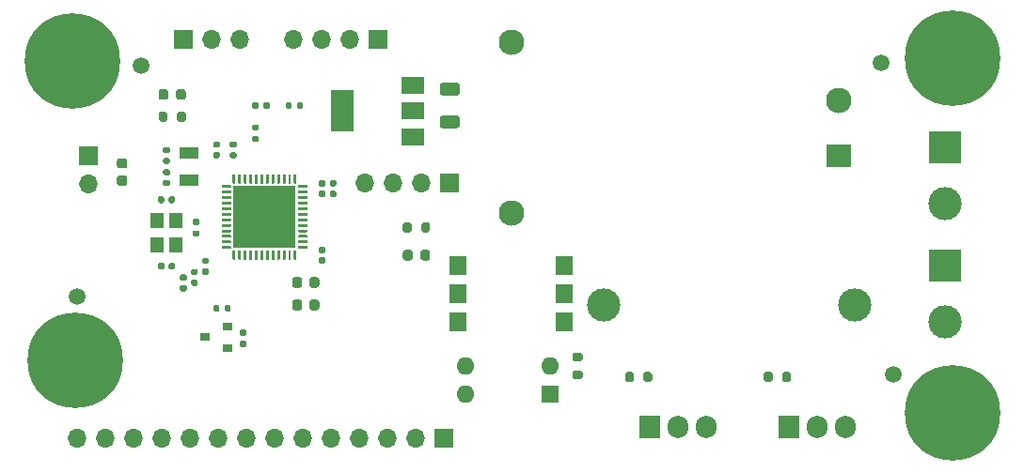
<source format=gbr>
%TF.GenerationSoftware,KiCad,Pcbnew,5.1.9*%
%TF.CreationDate,2021-04-07T12:29:47+02:00*%
%TF.ProjectId,lampa,6c616d70-612e-46b6-9963-61645f706362,rev?*%
%TF.SameCoordinates,Original*%
%TF.FileFunction,Soldermask,Top*%
%TF.FilePolarity,Negative*%
%FSLAX46Y46*%
G04 Gerber Fmt 4.6, Leading zero omitted, Abs format (unit mm)*
G04 Created by KiCad (PCBNEW 5.1.9) date 2021-04-07 12:29:47*
%MOMM*%
%LPD*%
G01*
G04 APERTURE LIST*
%ADD10R,0.900000X0.800000*%
%ADD11C,0.900000*%
%ADD12C,8.600000*%
%ADD13C,1.500000*%
%ADD14C,2.300000*%
%ADD15R,2.300000X2.000000*%
%ADD16O,1.700000X1.700000*%
%ADD17R,1.700000X1.700000*%
%ADD18R,1.500000X1.780000*%
%ADD19R,1.800000X1.000000*%
%ADD20R,1.200000X1.400000*%
%ADD21R,5.600000X5.600000*%
%ADD22O,1.600000X1.600000*%
%ADD23R,1.600000X1.600000*%
%ADD24R,2.000000X1.500000*%
%ADD25R,2.000000X3.800000*%
%ADD26O,1.905000X2.000000*%
%ADD27R,1.905000X2.000000*%
%ADD28C,3.000000*%
%ADD29R,3.000000X3.000000*%
G04 APERTURE END LIST*
%TO.C,R5*%
G36*
G01*
X123260000Y-90115000D02*
X123260000Y-90485000D01*
G75*
G02*
X123125000Y-90620000I-135000J0D01*
G01*
X122855000Y-90620000D01*
G75*
G02*
X122720000Y-90485000I0J135000D01*
G01*
X122720000Y-90115000D01*
G75*
G02*
X122855000Y-89980000I135000J0D01*
G01*
X123125000Y-89980000D01*
G75*
G02*
X123260000Y-90115000I0J-135000D01*
G01*
G37*
G36*
G01*
X124280000Y-90115000D02*
X124280000Y-90485000D01*
G75*
G02*
X124145000Y-90620000I-135000J0D01*
G01*
X123875000Y-90620000D01*
G75*
G02*
X123740000Y-90485000I0J135000D01*
G01*
X123740000Y-90115000D01*
G75*
G02*
X123875000Y-89980000I135000J0D01*
G01*
X124145000Y-89980000D01*
G75*
G02*
X124280000Y-90115000I0J-135000D01*
G01*
G37*
%TD*%
D10*
%TO.C,Q3*%
X122000000Y-92900000D03*
X124000000Y-91950000D03*
X124000000Y-93850000D03*
%TD*%
%TO.C,R6*%
G36*
G01*
X125215000Y-93240000D02*
X125585000Y-93240000D01*
G75*
G02*
X125720000Y-93375000I0J-135000D01*
G01*
X125720000Y-93645000D01*
G75*
G02*
X125585000Y-93780000I-135000J0D01*
G01*
X125215000Y-93780000D01*
G75*
G02*
X125080000Y-93645000I0J135000D01*
G01*
X125080000Y-93375000D01*
G75*
G02*
X125215000Y-93240000I135000J0D01*
G01*
G37*
G36*
G01*
X125215000Y-92220000D02*
X125585000Y-92220000D01*
G75*
G02*
X125720000Y-92355000I0J-135000D01*
G01*
X125720000Y-92625000D01*
G75*
G02*
X125585000Y-92760000I-135000J0D01*
G01*
X125215000Y-92760000D01*
G75*
G02*
X125080000Y-92625000I0J135000D01*
G01*
X125080000Y-92355000D01*
G75*
G02*
X125215000Y-92220000I135000J0D01*
G01*
G37*
%TD*%
%TO.C,R10*%
G36*
G01*
X127240000Y-72185000D02*
X127240000Y-71815000D01*
G75*
G02*
X127375000Y-71680000I135000J0D01*
G01*
X127645000Y-71680000D01*
G75*
G02*
X127780000Y-71815000I0J-135000D01*
G01*
X127780000Y-72185000D01*
G75*
G02*
X127645000Y-72320000I-135000J0D01*
G01*
X127375000Y-72320000D01*
G75*
G02*
X127240000Y-72185000I0J135000D01*
G01*
G37*
G36*
G01*
X126220000Y-72185000D02*
X126220000Y-71815000D01*
G75*
G02*
X126355000Y-71680000I135000J0D01*
G01*
X126625000Y-71680000D01*
G75*
G02*
X126760000Y-71815000I0J-135000D01*
G01*
X126760000Y-72185000D01*
G75*
G02*
X126625000Y-72320000I-135000J0D01*
G01*
X126355000Y-72320000D01*
G75*
G02*
X126220000Y-72185000I0J135000D01*
G01*
G37*
%TD*%
%TO.C,R9*%
G36*
G01*
X129760000Y-71815000D02*
X129760000Y-72185000D01*
G75*
G02*
X129625000Y-72320000I-135000J0D01*
G01*
X129355000Y-72320000D01*
G75*
G02*
X129220000Y-72185000I0J135000D01*
G01*
X129220000Y-71815000D01*
G75*
G02*
X129355000Y-71680000I135000J0D01*
G01*
X129625000Y-71680000D01*
G75*
G02*
X129760000Y-71815000I0J-135000D01*
G01*
G37*
G36*
G01*
X130780000Y-71815000D02*
X130780000Y-72185000D01*
G75*
G02*
X130645000Y-72320000I-135000J0D01*
G01*
X130375000Y-72320000D01*
G75*
G02*
X130240000Y-72185000I0J135000D01*
G01*
X130240000Y-71815000D01*
G75*
G02*
X130375000Y-71680000I135000J0D01*
G01*
X130645000Y-71680000D01*
G75*
G02*
X130780000Y-71815000I0J-135000D01*
G01*
G37*
%TD*%
D11*
%TO.C,H1*%
X191530419Y-65469581D03*
X189250000Y-64525000D03*
X186969581Y-65469581D03*
X186025000Y-67750000D03*
X186969581Y-70030419D03*
X189250000Y-70975000D03*
X191530419Y-70030419D03*
X192475000Y-67750000D03*
D12*
X189250000Y-67750000D03*
%TD*%
D11*
%TO.C,H2*%
X191530419Y-97469581D03*
X189250000Y-96525000D03*
X186969581Y-97469581D03*
X186025000Y-99750000D03*
X186969581Y-102030419D03*
X189250000Y-102975000D03*
X191530419Y-102030419D03*
X192475000Y-99750000D03*
D12*
X189250000Y-99750000D03*
%TD*%
D13*
%TO.C,REF\u002A\u002A*%
X110425000Y-89275000D03*
%TD*%
%TO.C,REF\u002A\u002A*%
X183925000Y-96300000D03*
%TD*%
%TO.C,REF\u002A\u002A*%
X116200000Y-68425000D03*
%TD*%
%TO.C,REF\u002A\u002A*%
X182825000Y-68175000D03*
%TD*%
D14*
%TO.C,PS1*%
X149600000Y-66300000D03*
X179000000Y-71500000D03*
D15*
X179000000Y-76500000D03*
D14*
X149600000Y-81700000D03*
%TD*%
D16*
%TO.C,J5*%
X129880000Y-66000000D03*
X132420000Y-66000000D03*
X134960000Y-66000000D03*
D17*
X137500000Y-66000000D03*
%TD*%
%TO.C,C1*%
G36*
G01*
X123170000Y-75800000D02*
X122830000Y-75800000D01*
G75*
G02*
X122690000Y-75660000I0J140000D01*
G01*
X122690000Y-75380000D01*
G75*
G02*
X122830000Y-75240000I140000J0D01*
G01*
X123170000Y-75240000D01*
G75*
G02*
X123310000Y-75380000I0J-140000D01*
G01*
X123310000Y-75660000D01*
G75*
G02*
X123170000Y-75800000I-140000J0D01*
G01*
G37*
G36*
G01*
X123170000Y-76760000D02*
X122830000Y-76760000D01*
G75*
G02*
X122690000Y-76620000I0J140000D01*
G01*
X122690000Y-76340000D01*
G75*
G02*
X122830000Y-76200000I140000J0D01*
G01*
X123170000Y-76200000D01*
G75*
G02*
X123310000Y-76340000I0J-140000D01*
G01*
X123310000Y-76620000D01*
G75*
G02*
X123170000Y-76760000I-140000J0D01*
G01*
G37*
%TD*%
D18*
%TO.C,U3*%
X154265000Y-86460000D03*
X144735000Y-91540000D03*
X154265000Y-89000000D03*
X144735000Y-89000000D03*
X154265000Y-91540000D03*
X144735000Y-86460000D03*
%TD*%
D19*
%TO.C,Y2*%
X120500000Y-78750000D03*
X120500000Y-76250000D03*
%TD*%
D20*
%TO.C,Y1*%
X119350000Y-82400000D03*
X119350000Y-84600000D03*
X117650000Y-84600000D03*
X117650000Y-82400000D03*
%TD*%
D21*
%TO.C,U4*%
X127330000Y-82060000D03*
G36*
G01*
X124455000Y-78997500D02*
X124455000Y-78247500D01*
G75*
G02*
X124517500Y-78185000I62500J0D01*
G01*
X124642500Y-78185000D01*
G75*
G02*
X124705000Y-78247500I0J-62500D01*
G01*
X124705000Y-78997500D01*
G75*
G02*
X124642500Y-79060000I-62500J0D01*
G01*
X124517500Y-79060000D01*
G75*
G02*
X124455000Y-78997500I0J62500D01*
G01*
G37*
G36*
G01*
X124955000Y-78997500D02*
X124955000Y-78247500D01*
G75*
G02*
X125017500Y-78185000I62500J0D01*
G01*
X125142500Y-78185000D01*
G75*
G02*
X125205000Y-78247500I0J-62500D01*
G01*
X125205000Y-78997500D01*
G75*
G02*
X125142500Y-79060000I-62500J0D01*
G01*
X125017500Y-79060000D01*
G75*
G02*
X124955000Y-78997500I0J62500D01*
G01*
G37*
G36*
G01*
X125455000Y-78997500D02*
X125455000Y-78247500D01*
G75*
G02*
X125517500Y-78185000I62500J0D01*
G01*
X125642500Y-78185000D01*
G75*
G02*
X125705000Y-78247500I0J-62500D01*
G01*
X125705000Y-78997500D01*
G75*
G02*
X125642500Y-79060000I-62500J0D01*
G01*
X125517500Y-79060000D01*
G75*
G02*
X125455000Y-78997500I0J62500D01*
G01*
G37*
G36*
G01*
X125955000Y-78997500D02*
X125955000Y-78247500D01*
G75*
G02*
X126017500Y-78185000I62500J0D01*
G01*
X126142500Y-78185000D01*
G75*
G02*
X126205000Y-78247500I0J-62500D01*
G01*
X126205000Y-78997500D01*
G75*
G02*
X126142500Y-79060000I-62500J0D01*
G01*
X126017500Y-79060000D01*
G75*
G02*
X125955000Y-78997500I0J62500D01*
G01*
G37*
G36*
G01*
X126455000Y-78997500D02*
X126455000Y-78247500D01*
G75*
G02*
X126517500Y-78185000I62500J0D01*
G01*
X126642500Y-78185000D01*
G75*
G02*
X126705000Y-78247500I0J-62500D01*
G01*
X126705000Y-78997500D01*
G75*
G02*
X126642500Y-79060000I-62500J0D01*
G01*
X126517500Y-79060000D01*
G75*
G02*
X126455000Y-78997500I0J62500D01*
G01*
G37*
G36*
G01*
X126955000Y-78997500D02*
X126955000Y-78247500D01*
G75*
G02*
X127017500Y-78185000I62500J0D01*
G01*
X127142500Y-78185000D01*
G75*
G02*
X127205000Y-78247500I0J-62500D01*
G01*
X127205000Y-78997500D01*
G75*
G02*
X127142500Y-79060000I-62500J0D01*
G01*
X127017500Y-79060000D01*
G75*
G02*
X126955000Y-78997500I0J62500D01*
G01*
G37*
G36*
G01*
X127455000Y-78997500D02*
X127455000Y-78247500D01*
G75*
G02*
X127517500Y-78185000I62500J0D01*
G01*
X127642500Y-78185000D01*
G75*
G02*
X127705000Y-78247500I0J-62500D01*
G01*
X127705000Y-78997500D01*
G75*
G02*
X127642500Y-79060000I-62500J0D01*
G01*
X127517500Y-79060000D01*
G75*
G02*
X127455000Y-78997500I0J62500D01*
G01*
G37*
G36*
G01*
X127955000Y-78997500D02*
X127955000Y-78247500D01*
G75*
G02*
X128017500Y-78185000I62500J0D01*
G01*
X128142500Y-78185000D01*
G75*
G02*
X128205000Y-78247500I0J-62500D01*
G01*
X128205000Y-78997500D01*
G75*
G02*
X128142500Y-79060000I-62500J0D01*
G01*
X128017500Y-79060000D01*
G75*
G02*
X127955000Y-78997500I0J62500D01*
G01*
G37*
G36*
G01*
X128455000Y-78997500D02*
X128455000Y-78247500D01*
G75*
G02*
X128517500Y-78185000I62500J0D01*
G01*
X128642500Y-78185000D01*
G75*
G02*
X128705000Y-78247500I0J-62500D01*
G01*
X128705000Y-78997500D01*
G75*
G02*
X128642500Y-79060000I-62500J0D01*
G01*
X128517500Y-79060000D01*
G75*
G02*
X128455000Y-78997500I0J62500D01*
G01*
G37*
G36*
G01*
X128955000Y-78997500D02*
X128955000Y-78247500D01*
G75*
G02*
X129017500Y-78185000I62500J0D01*
G01*
X129142500Y-78185000D01*
G75*
G02*
X129205000Y-78247500I0J-62500D01*
G01*
X129205000Y-78997500D01*
G75*
G02*
X129142500Y-79060000I-62500J0D01*
G01*
X129017500Y-79060000D01*
G75*
G02*
X128955000Y-78997500I0J62500D01*
G01*
G37*
G36*
G01*
X129455000Y-78997500D02*
X129455000Y-78247500D01*
G75*
G02*
X129517500Y-78185000I62500J0D01*
G01*
X129642500Y-78185000D01*
G75*
G02*
X129705000Y-78247500I0J-62500D01*
G01*
X129705000Y-78997500D01*
G75*
G02*
X129642500Y-79060000I-62500J0D01*
G01*
X129517500Y-79060000D01*
G75*
G02*
X129455000Y-78997500I0J62500D01*
G01*
G37*
G36*
G01*
X129955000Y-78997500D02*
X129955000Y-78247500D01*
G75*
G02*
X130017500Y-78185000I62500J0D01*
G01*
X130142500Y-78185000D01*
G75*
G02*
X130205000Y-78247500I0J-62500D01*
G01*
X130205000Y-78997500D01*
G75*
G02*
X130142500Y-79060000I-62500J0D01*
G01*
X130017500Y-79060000D01*
G75*
G02*
X129955000Y-78997500I0J62500D01*
G01*
G37*
G36*
G01*
X130330000Y-79372500D02*
X130330000Y-79247500D01*
G75*
G02*
X130392500Y-79185000I62500J0D01*
G01*
X131142500Y-79185000D01*
G75*
G02*
X131205000Y-79247500I0J-62500D01*
G01*
X131205000Y-79372500D01*
G75*
G02*
X131142500Y-79435000I-62500J0D01*
G01*
X130392500Y-79435000D01*
G75*
G02*
X130330000Y-79372500I0J62500D01*
G01*
G37*
G36*
G01*
X130330000Y-79872500D02*
X130330000Y-79747500D01*
G75*
G02*
X130392500Y-79685000I62500J0D01*
G01*
X131142500Y-79685000D01*
G75*
G02*
X131205000Y-79747500I0J-62500D01*
G01*
X131205000Y-79872500D01*
G75*
G02*
X131142500Y-79935000I-62500J0D01*
G01*
X130392500Y-79935000D01*
G75*
G02*
X130330000Y-79872500I0J62500D01*
G01*
G37*
G36*
G01*
X130330000Y-80372500D02*
X130330000Y-80247500D01*
G75*
G02*
X130392500Y-80185000I62500J0D01*
G01*
X131142500Y-80185000D01*
G75*
G02*
X131205000Y-80247500I0J-62500D01*
G01*
X131205000Y-80372500D01*
G75*
G02*
X131142500Y-80435000I-62500J0D01*
G01*
X130392500Y-80435000D01*
G75*
G02*
X130330000Y-80372500I0J62500D01*
G01*
G37*
G36*
G01*
X130330000Y-80872500D02*
X130330000Y-80747500D01*
G75*
G02*
X130392500Y-80685000I62500J0D01*
G01*
X131142500Y-80685000D01*
G75*
G02*
X131205000Y-80747500I0J-62500D01*
G01*
X131205000Y-80872500D01*
G75*
G02*
X131142500Y-80935000I-62500J0D01*
G01*
X130392500Y-80935000D01*
G75*
G02*
X130330000Y-80872500I0J62500D01*
G01*
G37*
G36*
G01*
X130330000Y-81372500D02*
X130330000Y-81247500D01*
G75*
G02*
X130392500Y-81185000I62500J0D01*
G01*
X131142500Y-81185000D01*
G75*
G02*
X131205000Y-81247500I0J-62500D01*
G01*
X131205000Y-81372500D01*
G75*
G02*
X131142500Y-81435000I-62500J0D01*
G01*
X130392500Y-81435000D01*
G75*
G02*
X130330000Y-81372500I0J62500D01*
G01*
G37*
G36*
G01*
X130330000Y-81872500D02*
X130330000Y-81747500D01*
G75*
G02*
X130392500Y-81685000I62500J0D01*
G01*
X131142500Y-81685000D01*
G75*
G02*
X131205000Y-81747500I0J-62500D01*
G01*
X131205000Y-81872500D01*
G75*
G02*
X131142500Y-81935000I-62500J0D01*
G01*
X130392500Y-81935000D01*
G75*
G02*
X130330000Y-81872500I0J62500D01*
G01*
G37*
G36*
G01*
X130330000Y-82372500D02*
X130330000Y-82247500D01*
G75*
G02*
X130392500Y-82185000I62500J0D01*
G01*
X131142500Y-82185000D01*
G75*
G02*
X131205000Y-82247500I0J-62500D01*
G01*
X131205000Y-82372500D01*
G75*
G02*
X131142500Y-82435000I-62500J0D01*
G01*
X130392500Y-82435000D01*
G75*
G02*
X130330000Y-82372500I0J62500D01*
G01*
G37*
G36*
G01*
X130330000Y-82872500D02*
X130330000Y-82747500D01*
G75*
G02*
X130392500Y-82685000I62500J0D01*
G01*
X131142500Y-82685000D01*
G75*
G02*
X131205000Y-82747500I0J-62500D01*
G01*
X131205000Y-82872500D01*
G75*
G02*
X131142500Y-82935000I-62500J0D01*
G01*
X130392500Y-82935000D01*
G75*
G02*
X130330000Y-82872500I0J62500D01*
G01*
G37*
G36*
G01*
X130330000Y-83372500D02*
X130330000Y-83247500D01*
G75*
G02*
X130392500Y-83185000I62500J0D01*
G01*
X131142500Y-83185000D01*
G75*
G02*
X131205000Y-83247500I0J-62500D01*
G01*
X131205000Y-83372500D01*
G75*
G02*
X131142500Y-83435000I-62500J0D01*
G01*
X130392500Y-83435000D01*
G75*
G02*
X130330000Y-83372500I0J62500D01*
G01*
G37*
G36*
G01*
X130330000Y-83872500D02*
X130330000Y-83747500D01*
G75*
G02*
X130392500Y-83685000I62500J0D01*
G01*
X131142500Y-83685000D01*
G75*
G02*
X131205000Y-83747500I0J-62500D01*
G01*
X131205000Y-83872500D01*
G75*
G02*
X131142500Y-83935000I-62500J0D01*
G01*
X130392500Y-83935000D01*
G75*
G02*
X130330000Y-83872500I0J62500D01*
G01*
G37*
G36*
G01*
X130330000Y-84372500D02*
X130330000Y-84247500D01*
G75*
G02*
X130392500Y-84185000I62500J0D01*
G01*
X131142500Y-84185000D01*
G75*
G02*
X131205000Y-84247500I0J-62500D01*
G01*
X131205000Y-84372500D01*
G75*
G02*
X131142500Y-84435000I-62500J0D01*
G01*
X130392500Y-84435000D01*
G75*
G02*
X130330000Y-84372500I0J62500D01*
G01*
G37*
G36*
G01*
X130330000Y-84872500D02*
X130330000Y-84747500D01*
G75*
G02*
X130392500Y-84685000I62500J0D01*
G01*
X131142500Y-84685000D01*
G75*
G02*
X131205000Y-84747500I0J-62500D01*
G01*
X131205000Y-84872500D01*
G75*
G02*
X131142500Y-84935000I-62500J0D01*
G01*
X130392500Y-84935000D01*
G75*
G02*
X130330000Y-84872500I0J62500D01*
G01*
G37*
G36*
G01*
X129955000Y-85872500D02*
X129955000Y-85122500D01*
G75*
G02*
X130017500Y-85060000I62500J0D01*
G01*
X130142500Y-85060000D01*
G75*
G02*
X130205000Y-85122500I0J-62500D01*
G01*
X130205000Y-85872500D01*
G75*
G02*
X130142500Y-85935000I-62500J0D01*
G01*
X130017500Y-85935000D01*
G75*
G02*
X129955000Y-85872500I0J62500D01*
G01*
G37*
G36*
G01*
X129455000Y-85872500D02*
X129455000Y-85122500D01*
G75*
G02*
X129517500Y-85060000I62500J0D01*
G01*
X129642500Y-85060000D01*
G75*
G02*
X129705000Y-85122500I0J-62500D01*
G01*
X129705000Y-85872500D01*
G75*
G02*
X129642500Y-85935000I-62500J0D01*
G01*
X129517500Y-85935000D01*
G75*
G02*
X129455000Y-85872500I0J62500D01*
G01*
G37*
G36*
G01*
X128955000Y-85872500D02*
X128955000Y-85122500D01*
G75*
G02*
X129017500Y-85060000I62500J0D01*
G01*
X129142500Y-85060000D01*
G75*
G02*
X129205000Y-85122500I0J-62500D01*
G01*
X129205000Y-85872500D01*
G75*
G02*
X129142500Y-85935000I-62500J0D01*
G01*
X129017500Y-85935000D01*
G75*
G02*
X128955000Y-85872500I0J62500D01*
G01*
G37*
G36*
G01*
X128455000Y-85872500D02*
X128455000Y-85122500D01*
G75*
G02*
X128517500Y-85060000I62500J0D01*
G01*
X128642500Y-85060000D01*
G75*
G02*
X128705000Y-85122500I0J-62500D01*
G01*
X128705000Y-85872500D01*
G75*
G02*
X128642500Y-85935000I-62500J0D01*
G01*
X128517500Y-85935000D01*
G75*
G02*
X128455000Y-85872500I0J62500D01*
G01*
G37*
G36*
G01*
X127955000Y-85872500D02*
X127955000Y-85122500D01*
G75*
G02*
X128017500Y-85060000I62500J0D01*
G01*
X128142500Y-85060000D01*
G75*
G02*
X128205000Y-85122500I0J-62500D01*
G01*
X128205000Y-85872500D01*
G75*
G02*
X128142500Y-85935000I-62500J0D01*
G01*
X128017500Y-85935000D01*
G75*
G02*
X127955000Y-85872500I0J62500D01*
G01*
G37*
G36*
G01*
X127455000Y-85872500D02*
X127455000Y-85122500D01*
G75*
G02*
X127517500Y-85060000I62500J0D01*
G01*
X127642500Y-85060000D01*
G75*
G02*
X127705000Y-85122500I0J-62500D01*
G01*
X127705000Y-85872500D01*
G75*
G02*
X127642500Y-85935000I-62500J0D01*
G01*
X127517500Y-85935000D01*
G75*
G02*
X127455000Y-85872500I0J62500D01*
G01*
G37*
G36*
G01*
X126955000Y-85872500D02*
X126955000Y-85122500D01*
G75*
G02*
X127017500Y-85060000I62500J0D01*
G01*
X127142500Y-85060000D01*
G75*
G02*
X127205000Y-85122500I0J-62500D01*
G01*
X127205000Y-85872500D01*
G75*
G02*
X127142500Y-85935000I-62500J0D01*
G01*
X127017500Y-85935000D01*
G75*
G02*
X126955000Y-85872500I0J62500D01*
G01*
G37*
G36*
G01*
X126455000Y-85872500D02*
X126455000Y-85122500D01*
G75*
G02*
X126517500Y-85060000I62500J0D01*
G01*
X126642500Y-85060000D01*
G75*
G02*
X126705000Y-85122500I0J-62500D01*
G01*
X126705000Y-85872500D01*
G75*
G02*
X126642500Y-85935000I-62500J0D01*
G01*
X126517500Y-85935000D01*
G75*
G02*
X126455000Y-85872500I0J62500D01*
G01*
G37*
G36*
G01*
X125955000Y-85872500D02*
X125955000Y-85122500D01*
G75*
G02*
X126017500Y-85060000I62500J0D01*
G01*
X126142500Y-85060000D01*
G75*
G02*
X126205000Y-85122500I0J-62500D01*
G01*
X126205000Y-85872500D01*
G75*
G02*
X126142500Y-85935000I-62500J0D01*
G01*
X126017500Y-85935000D01*
G75*
G02*
X125955000Y-85872500I0J62500D01*
G01*
G37*
G36*
G01*
X125455000Y-85872500D02*
X125455000Y-85122500D01*
G75*
G02*
X125517500Y-85060000I62500J0D01*
G01*
X125642500Y-85060000D01*
G75*
G02*
X125705000Y-85122500I0J-62500D01*
G01*
X125705000Y-85872500D01*
G75*
G02*
X125642500Y-85935000I-62500J0D01*
G01*
X125517500Y-85935000D01*
G75*
G02*
X125455000Y-85872500I0J62500D01*
G01*
G37*
G36*
G01*
X124955000Y-85872500D02*
X124955000Y-85122500D01*
G75*
G02*
X125017500Y-85060000I62500J0D01*
G01*
X125142500Y-85060000D01*
G75*
G02*
X125205000Y-85122500I0J-62500D01*
G01*
X125205000Y-85872500D01*
G75*
G02*
X125142500Y-85935000I-62500J0D01*
G01*
X125017500Y-85935000D01*
G75*
G02*
X124955000Y-85872500I0J62500D01*
G01*
G37*
G36*
G01*
X124455000Y-85872500D02*
X124455000Y-85122500D01*
G75*
G02*
X124517500Y-85060000I62500J0D01*
G01*
X124642500Y-85060000D01*
G75*
G02*
X124705000Y-85122500I0J-62500D01*
G01*
X124705000Y-85872500D01*
G75*
G02*
X124642500Y-85935000I-62500J0D01*
G01*
X124517500Y-85935000D01*
G75*
G02*
X124455000Y-85872500I0J62500D01*
G01*
G37*
G36*
G01*
X123455000Y-84872500D02*
X123455000Y-84747500D01*
G75*
G02*
X123517500Y-84685000I62500J0D01*
G01*
X124267500Y-84685000D01*
G75*
G02*
X124330000Y-84747500I0J-62500D01*
G01*
X124330000Y-84872500D01*
G75*
G02*
X124267500Y-84935000I-62500J0D01*
G01*
X123517500Y-84935000D01*
G75*
G02*
X123455000Y-84872500I0J62500D01*
G01*
G37*
G36*
G01*
X123455000Y-84372500D02*
X123455000Y-84247500D01*
G75*
G02*
X123517500Y-84185000I62500J0D01*
G01*
X124267500Y-84185000D01*
G75*
G02*
X124330000Y-84247500I0J-62500D01*
G01*
X124330000Y-84372500D01*
G75*
G02*
X124267500Y-84435000I-62500J0D01*
G01*
X123517500Y-84435000D01*
G75*
G02*
X123455000Y-84372500I0J62500D01*
G01*
G37*
G36*
G01*
X123455000Y-83872500D02*
X123455000Y-83747500D01*
G75*
G02*
X123517500Y-83685000I62500J0D01*
G01*
X124267500Y-83685000D01*
G75*
G02*
X124330000Y-83747500I0J-62500D01*
G01*
X124330000Y-83872500D01*
G75*
G02*
X124267500Y-83935000I-62500J0D01*
G01*
X123517500Y-83935000D01*
G75*
G02*
X123455000Y-83872500I0J62500D01*
G01*
G37*
G36*
G01*
X123455000Y-83372500D02*
X123455000Y-83247500D01*
G75*
G02*
X123517500Y-83185000I62500J0D01*
G01*
X124267500Y-83185000D01*
G75*
G02*
X124330000Y-83247500I0J-62500D01*
G01*
X124330000Y-83372500D01*
G75*
G02*
X124267500Y-83435000I-62500J0D01*
G01*
X123517500Y-83435000D01*
G75*
G02*
X123455000Y-83372500I0J62500D01*
G01*
G37*
G36*
G01*
X123455000Y-82872500D02*
X123455000Y-82747500D01*
G75*
G02*
X123517500Y-82685000I62500J0D01*
G01*
X124267500Y-82685000D01*
G75*
G02*
X124330000Y-82747500I0J-62500D01*
G01*
X124330000Y-82872500D01*
G75*
G02*
X124267500Y-82935000I-62500J0D01*
G01*
X123517500Y-82935000D01*
G75*
G02*
X123455000Y-82872500I0J62500D01*
G01*
G37*
G36*
G01*
X123455000Y-82372500D02*
X123455000Y-82247500D01*
G75*
G02*
X123517500Y-82185000I62500J0D01*
G01*
X124267500Y-82185000D01*
G75*
G02*
X124330000Y-82247500I0J-62500D01*
G01*
X124330000Y-82372500D01*
G75*
G02*
X124267500Y-82435000I-62500J0D01*
G01*
X123517500Y-82435000D01*
G75*
G02*
X123455000Y-82372500I0J62500D01*
G01*
G37*
G36*
G01*
X123455000Y-81872500D02*
X123455000Y-81747500D01*
G75*
G02*
X123517500Y-81685000I62500J0D01*
G01*
X124267500Y-81685000D01*
G75*
G02*
X124330000Y-81747500I0J-62500D01*
G01*
X124330000Y-81872500D01*
G75*
G02*
X124267500Y-81935000I-62500J0D01*
G01*
X123517500Y-81935000D01*
G75*
G02*
X123455000Y-81872500I0J62500D01*
G01*
G37*
G36*
G01*
X123455000Y-81372500D02*
X123455000Y-81247500D01*
G75*
G02*
X123517500Y-81185000I62500J0D01*
G01*
X124267500Y-81185000D01*
G75*
G02*
X124330000Y-81247500I0J-62500D01*
G01*
X124330000Y-81372500D01*
G75*
G02*
X124267500Y-81435000I-62500J0D01*
G01*
X123517500Y-81435000D01*
G75*
G02*
X123455000Y-81372500I0J62500D01*
G01*
G37*
G36*
G01*
X123455000Y-80872500D02*
X123455000Y-80747500D01*
G75*
G02*
X123517500Y-80685000I62500J0D01*
G01*
X124267500Y-80685000D01*
G75*
G02*
X124330000Y-80747500I0J-62500D01*
G01*
X124330000Y-80872500D01*
G75*
G02*
X124267500Y-80935000I-62500J0D01*
G01*
X123517500Y-80935000D01*
G75*
G02*
X123455000Y-80872500I0J62500D01*
G01*
G37*
G36*
G01*
X123455000Y-80372500D02*
X123455000Y-80247500D01*
G75*
G02*
X123517500Y-80185000I62500J0D01*
G01*
X124267500Y-80185000D01*
G75*
G02*
X124330000Y-80247500I0J-62500D01*
G01*
X124330000Y-80372500D01*
G75*
G02*
X124267500Y-80435000I-62500J0D01*
G01*
X123517500Y-80435000D01*
G75*
G02*
X123455000Y-80372500I0J62500D01*
G01*
G37*
G36*
G01*
X123455000Y-79872500D02*
X123455000Y-79747500D01*
G75*
G02*
X123517500Y-79685000I62500J0D01*
G01*
X124267500Y-79685000D01*
G75*
G02*
X124330000Y-79747500I0J-62500D01*
G01*
X124330000Y-79872500D01*
G75*
G02*
X124267500Y-79935000I-62500J0D01*
G01*
X123517500Y-79935000D01*
G75*
G02*
X123455000Y-79872500I0J62500D01*
G01*
G37*
G36*
G01*
X123455000Y-79372500D02*
X123455000Y-79247500D01*
G75*
G02*
X123517500Y-79185000I62500J0D01*
G01*
X124267500Y-79185000D01*
G75*
G02*
X124330000Y-79247500I0J-62500D01*
G01*
X124330000Y-79372500D01*
G75*
G02*
X124267500Y-79435000I-62500J0D01*
G01*
X123517500Y-79435000D01*
G75*
G02*
X123455000Y-79372500I0J62500D01*
G01*
G37*
%TD*%
D22*
%TO.C,U2*%
X145380000Y-98000000D03*
X153000000Y-95460000D03*
X145380000Y-95460000D03*
D23*
X153000000Y-98000000D03*
%TD*%
D24*
%TO.C,U1*%
X140650000Y-74800000D03*
X140650000Y-70200000D03*
X140650000Y-72500000D03*
D25*
X134350000Y-72500000D03*
%TD*%
D16*
%TO.C,SW2*%
X125080000Y-66000000D03*
X122540000Y-66000000D03*
D17*
X120000000Y-66000000D03*
%TD*%
D16*
%TO.C,SW1*%
X111500000Y-79040000D03*
D17*
X111500000Y-76500000D03*
%TD*%
%TO.C,R11*%
G36*
G01*
X126315000Y-74740000D02*
X126685000Y-74740000D01*
G75*
G02*
X126820000Y-74875000I0J-135000D01*
G01*
X126820000Y-75145000D01*
G75*
G02*
X126685000Y-75280000I-135000J0D01*
G01*
X126315000Y-75280000D01*
G75*
G02*
X126180000Y-75145000I0J135000D01*
G01*
X126180000Y-74875000D01*
G75*
G02*
X126315000Y-74740000I135000J0D01*
G01*
G37*
G36*
G01*
X126315000Y-73720000D02*
X126685000Y-73720000D01*
G75*
G02*
X126820000Y-73855000I0J-135000D01*
G01*
X126820000Y-74125000D01*
G75*
G02*
X126685000Y-74260000I-135000J0D01*
G01*
X126315000Y-74260000D01*
G75*
G02*
X126180000Y-74125000I0J135000D01*
G01*
X126180000Y-73855000D01*
G75*
G02*
X126315000Y-73720000I135000J0D01*
G01*
G37*
%TD*%
%TO.C,R7*%
G36*
G01*
X141425000Y-83275000D02*
X141425000Y-82725000D01*
G75*
G02*
X141625000Y-82525000I200000J0D01*
G01*
X142025000Y-82525000D01*
G75*
G02*
X142225000Y-82725000I0J-200000D01*
G01*
X142225000Y-83275000D01*
G75*
G02*
X142025000Y-83475000I-200000J0D01*
G01*
X141625000Y-83475000D01*
G75*
G02*
X141425000Y-83275000I0J200000D01*
G01*
G37*
G36*
G01*
X139775000Y-83275000D02*
X139775000Y-82725000D01*
G75*
G02*
X139975000Y-82525000I200000J0D01*
G01*
X140375000Y-82525000D01*
G75*
G02*
X140575000Y-82725000I0J-200000D01*
G01*
X140575000Y-83275000D01*
G75*
G02*
X140375000Y-83475000I-200000J0D01*
G01*
X139975000Y-83475000D01*
G75*
G02*
X139775000Y-83275000I0J200000D01*
G01*
G37*
%TD*%
%TO.C,R8*%
G36*
G01*
X119425000Y-73275000D02*
X119425000Y-72725000D01*
G75*
G02*
X119625000Y-72525000I200000J0D01*
G01*
X120025000Y-72525000D01*
G75*
G02*
X120225000Y-72725000I0J-200000D01*
G01*
X120225000Y-73275000D01*
G75*
G02*
X120025000Y-73475000I-200000J0D01*
G01*
X119625000Y-73475000D01*
G75*
G02*
X119425000Y-73275000I0J200000D01*
G01*
G37*
G36*
G01*
X117775000Y-73275000D02*
X117775000Y-72725000D01*
G75*
G02*
X117975000Y-72525000I200000J0D01*
G01*
X118375000Y-72525000D01*
G75*
G02*
X118575000Y-72725000I0J-200000D01*
G01*
X118575000Y-73275000D01*
G75*
G02*
X118375000Y-73475000I-200000J0D01*
G01*
X117975000Y-73475000D01*
G75*
G02*
X117775000Y-73275000I0J200000D01*
G01*
G37*
%TD*%
%TO.C,R4*%
G36*
G01*
X173925000Y-96775000D02*
X173925000Y-96225000D01*
G75*
G02*
X174125000Y-96025000I200000J0D01*
G01*
X174525000Y-96025000D01*
G75*
G02*
X174725000Y-96225000I0J-200000D01*
G01*
X174725000Y-96775000D01*
G75*
G02*
X174525000Y-96975000I-200000J0D01*
G01*
X174125000Y-96975000D01*
G75*
G02*
X173925000Y-96775000I0J200000D01*
G01*
G37*
G36*
G01*
X172275000Y-96775000D02*
X172275000Y-96225000D01*
G75*
G02*
X172475000Y-96025000I200000J0D01*
G01*
X172875000Y-96025000D01*
G75*
G02*
X173075000Y-96225000I0J-200000D01*
G01*
X173075000Y-96775000D01*
G75*
G02*
X172875000Y-96975000I-200000J0D01*
G01*
X172475000Y-96975000D01*
G75*
G02*
X172275000Y-96775000I0J200000D01*
G01*
G37*
%TD*%
%TO.C,R3*%
G36*
G01*
X155225000Y-95925000D02*
X155775000Y-95925000D01*
G75*
G02*
X155975000Y-96125000I0J-200000D01*
G01*
X155975000Y-96525000D01*
G75*
G02*
X155775000Y-96725000I-200000J0D01*
G01*
X155225000Y-96725000D01*
G75*
G02*
X155025000Y-96525000I0J200000D01*
G01*
X155025000Y-96125000D01*
G75*
G02*
X155225000Y-95925000I200000J0D01*
G01*
G37*
G36*
G01*
X155225000Y-94275000D02*
X155775000Y-94275000D01*
G75*
G02*
X155975000Y-94475000I0J-200000D01*
G01*
X155975000Y-94875000D01*
G75*
G02*
X155775000Y-95075000I-200000J0D01*
G01*
X155225000Y-95075000D01*
G75*
G02*
X155025000Y-94875000I0J200000D01*
G01*
X155025000Y-94475000D01*
G75*
G02*
X155225000Y-94275000I200000J0D01*
G01*
G37*
%TD*%
%TO.C,R2*%
G36*
G01*
X160575000Y-96225000D02*
X160575000Y-96775000D01*
G75*
G02*
X160375000Y-96975000I-200000J0D01*
G01*
X159975000Y-96975000D01*
G75*
G02*
X159775000Y-96775000I0J200000D01*
G01*
X159775000Y-96225000D01*
G75*
G02*
X159975000Y-96025000I200000J0D01*
G01*
X160375000Y-96025000D01*
G75*
G02*
X160575000Y-96225000I0J-200000D01*
G01*
G37*
G36*
G01*
X162225000Y-96225000D02*
X162225000Y-96775000D01*
G75*
G02*
X162025000Y-96975000I-200000J0D01*
G01*
X161625000Y-96975000D01*
G75*
G02*
X161425000Y-96775000I0J200000D01*
G01*
X161425000Y-96225000D01*
G75*
G02*
X161625000Y-96025000I200000J0D01*
G01*
X162025000Y-96025000D01*
G75*
G02*
X162225000Y-96225000I0J-200000D01*
G01*
G37*
%TD*%
%TO.C,R1*%
G36*
G01*
X120965000Y-83265000D02*
X121335000Y-83265000D01*
G75*
G02*
X121470000Y-83400000I0J-135000D01*
G01*
X121470000Y-83670000D01*
G75*
G02*
X121335000Y-83805000I-135000J0D01*
G01*
X120965000Y-83805000D01*
G75*
G02*
X120830000Y-83670000I0J135000D01*
G01*
X120830000Y-83400000D01*
G75*
G02*
X120965000Y-83265000I135000J0D01*
G01*
G37*
G36*
G01*
X120965000Y-82245000D02*
X121335000Y-82245000D01*
G75*
G02*
X121470000Y-82380000I0J-135000D01*
G01*
X121470000Y-82650000D01*
G75*
G02*
X121335000Y-82785000I-135000J0D01*
G01*
X120965000Y-82785000D01*
G75*
G02*
X120830000Y-82650000I0J135000D01*
G01*
X120830000Y-82380000D01*
G75*
G02*
X120965000Y-82245000I135000J0D01*
G01*
G37*
%TD*%
D26*
%TO.C,Q2*%
X167080000Y-101000000D03*
X164540000Y-101000000D03*
D27*
X162000000Y-101000000D03*
%TD*%
D26*
%TO.C,Q1*%
X179580000Y-101000000D03*
X177040000Y-101000000D03*
D27*
X174500000Y-101000000D03*
%TD*%
%TO.C,L1*%
G36*
G01*
X120172500Y-87810000D02*
X119827500Y-87810000D01*
G75*
G02*
X119680000Y-87662500I0J147500D01*
G01*
X119680000Y-87367500D01*
G75*
G02*
X119827500Y-87220000I147500J0D01*
G01*
X120172500Y-87220000D01*
G75*
G02*
X120320000Y-87367500I0J-147500D01*
G01*
X120320000Y-87662500D01*
G75*
G02*
X120172500Y-87810000I-147500J0D01*
G01*
G37*
G36*
G01*
X120172500Y-88780000D02*
X119827500Y-88780000D01*
G75*
G02*
X119680000Y-88632500I0J147500D01*
G01*
X119680000Y-88337500D01*
G75*
G02*
X119827500Y-88190000I147500J0D01*
G01*
X120172500Y-88190000D01*
G75*
G02*
X120320000Y-88337500I0J-147500D01*
G01*
X120320000Y-88632500D01*
G75*
G02*
X120172500Y-88780000I-147500J0D01*
G01*
G37*
%TD*%
D16*
%TO.C,J4*%
X136380000Y-79000000D03*
X138920000Y-79000000D03*
X141460000Y-79000000D03*
D17*
X144000000Y-79000000D03*
%TD*%
D16*
%TO.C,J3*%
X110480000Y-102000000D03*
X113020000Y-102000000D03*
X115560000Y-102000000D03*
X118100000Y-102000000D03*
X120640000Y-102000000D03*
X123180000Y-102000000D03*
X125720000Y-102000000D03*
X128260000Y-102000000D03*
X130800000Y-102000000D03*
X133340000Y-102000000D03*
X135880000Y-102000000D03*
X138420000Y-102000000D03*
X140960000Y-102000000D03*
D17*
X143500000Y-102000000D03*
%TD*%
D28*
%TO.C,J2*%
X188620000Y-91480000D03*
D29*
X188620000Y-86400000D03*
%TD*%
D28*
%TO.C,J1*%
X188620000Y-80812000D03*
D29*
X188620000Y-75732000D03*
%TD*%
D11*
%TO.C,H4*%
X112530419Y-92719581D03*
X110250000Y-91775000D03*
X107969581Y-92719581D03*
X107025000Y-95000000D03*
X107969581Y-97280419D03*
X110250000Y-98225000D03*
X112530419Y-97280419D03*
X113475000Y-95000000D03*
D12*
X110250000Y-95000000D03*
%TD*%
D11*
%TO.C,H3*%
X112280419Y-65719581D03*
X110000000Y-64775000D03*
X107719581Y-65719581D03*
X106775000Y-68000000D03*
X107719581Y-70280419D03*
X110000000Y-71225000D03*
X112280419Y-70280419D03*
X113225000Y-68000000D03*
D12*
X110000000Y-68000000D03*
%TD*%
D28*
%TO.C,F1*%
X157900000Y-90000000D03*
X180500000Y-90000000D03*
%TD*%
%TO.C,D2*%
G36*
G01*
X140650000Y-85243750D02*
X140650000Y-85756250D01*
G75*
G02*
X140431250Y-85975000I-218750J0D01*
G01*
X139993750Y-85975000D01*
G75*
G02*
X139775000Y-85756250I0J218750D01*
G01*
X139775000Y-85243750D01*
G75*
G02*
X139993750Y-85025000I218750J0D01*
G01*
X140431250Y-85025000D01*
G75*
G02*
X140650000Y-85243750I0J-218750D01*
G01*
G37*
G36*
G01*
X142225000Y-85243750D02*
X142225000Y-85756250D01*
G75*
G02*
X142006250Y-85975000I-218750J0D01*
G01*
X141568750Y-85975000D01*
G75*
G02*
X141350000Y-85756250I0J218750D01*
G01*
X141350000Y-85243750D01*
G75*
G02*
X141568750Y-85025000I218750J0D01*
G01*
X142006250Y-85025000D01*
G75*
G02*
X142225000Y-85243750I0J-218750D01*
G01*
G37*
%TD*%
%TO.C,D1*%
G36*
G01*
X118650000Y-70743750D02*
X118650000Y-71256250D01*
G75*
G02*
X118431250Y-71475000I-218750J0D01*
G01*
X117993750Y-71475000D01*
G75*
G02*
X117775000Y-71256250I0J218750D01*
G01*
X117775000Y-70743750D01*
G75*
G02*
X117993750Y-70525000I218750J0D01*
G01*
X118431250Y-70525000D01*
G75*
G02*
X118650000Y-70743750I0J-218750D01*
G01*
G37*
G36*
G01*
X120225000Y-70743750D02*
X120225000Y-71256250D01*
G75*
G02*
X120006250Y-71475000I-218750J0D01*
G01*
X119568750Y-71475000D01*
G75*
G02*
X119350000Y-71256250I0J218750D01*
G01*
X119350000Y-70743750D01*
G75*
G02*
X119568750Y-70525000I218750J0D01*
G01*
X120006250Y-70525000D01*
G75*
G02*
X120225000Y-70743750I0J-218750D01*
G01*
G37*
%TD*%
%TO.C,C15*%
G36*
G01*
X114750000Y-77675000D02*
X114250000Y-77675000D01*
G75*
G02*
X114025000Y-77450000I0J225000D01*
G01*
X114025000Y-77000000D01*
G75*
G02*
X114250000Y-76775000I225000J0D01*
G01*
X114750000Y-76775000D01*
G75*
G02*
X114975000Y-77000000I0J-225000D01*
G01*
X114975000Y-77450000D01*
G75*
G02*
X114750000Y-77675000I-225000J0D01*
G01*
G37*
G36*
G01*
X114750000Y-79225000D02*
X114250000Y-79225000D01*
G75*
G02*
X114025000Y-79000000I0J225000D01*
G01*
X114025000Y-78550000D01*
G75*
G02*
X114250000Y-78325000I225000J0D01*
G01*
X114750000Y-78325000D01*
G75*
G02*
X114975000Y-78550000I0J-225000D01*
G01*
X114975000Y-79000000D01*
G75*
G02*
X114750000Y-79225000I-225000J0D01*
G01*
G37*
%TD*%
%TO.C,C14*%
G36*
G01*
X118670000Y-78300000D02*
X118330000Y-78300000D01*
G75*
G02*
X118190000Y-78160000I0J140000D01*
G01*
X118190000Y-77880000D01*
G75*
G02*
X118330000Y-77740000I140000J0D01*
G01*
X118670000Y-77740000D01*
G75*
G02*
X118810000Y-77880000I0J-140000D01*
G01*
X118810000Y-78160000D01*
G75*
G02*
X118670000Y-78300000I-140000J0D01*
G01*
G37*
G36*
G01*
X118670000Y-79260000D02*
X118330000Y-79260000D01*
G75*
G02*
X118190000Y-79120000I0J140000D01*
G01*
X118190000Y-78840000D01*
G75*
G02*
X118330000Y-78700000I140000J0D01*
G01*
X118670000Y-78700000D01*
G75*
G02*
X118810000Y-78840000I0J-140000D01*
G01*
X118810000Y-79120000D01*
G75*
G02*
X118670000Y-79260000I-140000J0D01*
G01*
G37*
%TD*%
%TO.C,C13*%
G36*
G01*
X118330000Y-76720000D02*
X118670000Y-76720000D01*
G75*
G02*
X118810000Y-76860000I0J-140000D01*
G01*
X118810000Y-77140000D01*
G75*
G02*
X118670000Y-77280000I-140000J0D01*
G01*
X118330000Y-77280000D01*
G75*
G02*
X118190000Y-77140000I0J140000D01*
G01*
X118190000Y-76860000D01*
G75*
G02*
X118330000Y-76720000I140000J0D01*
G01*
G37*
G36*
G01*
X118330000Y-75760000D02*
X118670000Y-75760000D01*
G75*
G02*
X118810000Y-75900000I0J-140000D01*
G01*
X118810000Y-76180000D01*
G75*
G02*
X118670000Y-76320000I-140000J0D01*
G01*
X118330000Y-76320000D01*
G75*
G02*
X118190000Y-76180000I0J140000D01*
G01*
X118190000Y-75900000D01*
G75*
G02*
X118330000Y-75760000I140000J0D01*
G01*
G37*
%TD*%
%TO.C,C12*%
G36*
G01*
X131357000Y-88214000D02*
X131357000Y-87714000D01*
G75*
G02*
X131582000Y-87489000I225000J0D01*
G01*
X132032000Y-87489000D01*
G75*
G02*
X132257000Y-87714000I0J-225000D01*
G01*
X132257000Y-88214000D01*
G75*
G02*
X132032000Y-88439000I-225000J0D01*
G01*
X131582000Y-88439000D01*
G75*
G02*
X131357000Y-88214000I0J225000D01*
G01*
G37*
G36*
G01*
X129807000Y-88214000D02*
X129807000Y-87714000D01*
G75*
G02*
X130032000Y-87489000I225000J0D01*
G01*
X130482000Y-87489000D01*
G75*
G02*
X130707000Y-87714000I0J-225000D01*
G01*
X130707000Y-88214000D01*
G75*
G02*
X130482000Y-88439000I-225000J0D01*
G01*
X130032000Y-88439000D01*
G75*
G02*
X129807000Y-88214000I0J225000D01*
G01*
G37*
%TD*%
%TO.C,C11*%
G36*
G01*
X131357000Y-90246000D02*
X131357000Y-89746000D01*
G75*
G02*
X131582000Y-89521000I225000J0D01*
G01*
X132032000Y-89521000D01*
G75*
G02*
X132257000Y-89746000I0J-225000D01*
G01*
X132257000Y-90246000D01*
G75*
G02*
X132032000Y-90471000I-225000J0D01*
G01*
X131582000Y-90471000D01*
G75*
G02*
X131357000Y-90246000I0J225000D01*
G01*
G37*
G36*
G01*
X129807000Y-90246000D02*
X129807000Y-89746000D01*
G75*
G02*
X130032000Y-89521000I225000J0D01*
G01*
X130482000Y-89521000D01*
G75*
G02*
X130707000Y-89746000I0J-225000D01*
G01*
X130707000Y-90246000D01*
G75*
G02*
X130482000Y-90471000I-225000J0D01*
G01*
X130032000Y-90471000D01*
G75*
G02*
X129807000Y-90246000I0J225000D01*
G01*
G37*
%TD*%
%TO.C,C10*%
G36*
G01*
X118300000Y-86330000D02*
X118300000Y-86670000D01*
G75*
G02*
X118160000Y-86810000I-140000J0D01*
G01*
X117880000Y-86810000D01*
G75*
G02*
X117740000Y-86670000I0J140000D01*
G01*
X117740000Y-86330000D01*
G75*
G02*
X117880000Y-86190000I140000J0D01*
G01*
X118160000Y-86190000D01*
G75*
G02*
X118300000Y-86330000I0J-140000D01*
G01*
G37*
G36*
G01*
X119260000Y-86330000D02*
X119260000Y-86670000D01*
G75*
G02*
X119120000Y-86810000I-140000J0D01*
G01*
X118840000Y-86810000D01*
G75*
G02*
X118700000Y-86670000I0J140000D01*
G01*
X118700000Y-86330000D01*
G75*
G02*
X118840000Y-86190000I140000J0D01*
G01*
X119120000Y-86190000D01*
G75*
G02*
X119260000Y-86330000I0J-140000D01*
G01*
G37*
%TD*%
%TO.C,C9*%
G36*
G01*
X118300000Y-80330000D02*
X118300000Y-80670000D01*
G75*
G02*
X118160000Y-80810000I-140000J0D01*
G01*
X117880000Y-80810000D01*
G75*
G02*
X117740000Y-80670000I0J140000D01*
G01*
X117740000Y-80330000D01*
G75*
G02*
X117880000Y-80190000I140000J0D01*
G01*
X118160000Y-80190000D01*
G75*
G02*
X118300000Y-80330000I0J-140000D01*
G01*
G37*
G36*
G01*
X119260000Y-80330000D02*
X119260000Y-80670000D01*
G75*
G02*
X119120000Y-80810000I-140000J0D01*
G01*
X118840000Y-80810000D01*
G75*
G02*
X118700000Y-80670000I0J140000D01*
G01*
X118700000Y-80330000D01*
G75*
G02*
X118840000Y-80190000I140000J0D01*
G01*
X119120000Y-80190000D01*
G75*
G02*
X119260000Y-80330000I0J-140000D01*
G01*
G37*
%TD*%
%TO.C,C8*%
G36*
G01*
X143349999Y-72900000D02*
X144650001Y-72900000D01*
G75*
G02*
X144900000Y-73149999I0J-249999D01*
G01*
X144900000Y-73800001D01*
G75*
G02*
X144650001Y-74050000I-249999J0D01*
G01*
X143349999Y-74050000D01*
G75*
G02*
X143100000Y-73800001I0J249999D01*
G01*
X143100000Y-73149999D01*
G75*
G02*
X143349999Y-72900000I249999J0D01*
G01*
G37*
G36*
G01*
X143349999Y-69950000D02*
X144650001Y-69950000D01*
G75*
G02*
X144900000Y-70199999I0J-249999D01*
G01*
X144900000Y-70850001D01*
G75*
G02*
X144650001Y-71100000I-249999J0D01*
G01*
X143349999Y-71100000D01*
G75*
G02*
X143100000Y-70850001I0J249999D01*
G01*
X143100000Y-70199999D01*
G75*
G02*
X143349999Y-69950000I249999J0D01*
G01*
G37*
%TD*%
%TO.C,C7*%
G36*
G01*
X120830000Y-87700000D02*
X121170000Y-87700000D01*
G75*
G02*
X121310000Y-87840000I0J-140000D01*
G01*
X121310000Y-88120000D01*
G75*
G02*
X121170000Y-88260000I-140000J0D01*
G01*
X120830000Y-88260000D01*
G75*
G02*
X120690000Y-88120000I0J140000D01*
G01*
X120690000Y-87840000D01*
G75*
G02*
X120830000Y-87700000I140000J0D01*
G01*
G37*
G36*
G01*
X120830000Y-86740000D02*
X121170000Y-86740000D01*
G75*
G02*
X121310000Y-86880000I0J-140000D01*
G01*
X121310000Y-87160000D01*
G75*
G02*
X121170000Y-87300000I-140000J0D01*
G01*
X120830000Y-87300000D01*
G75*
G02*
X120690000Y-87160000I0J140000D01*
G01*
X120690000Y-86880000D01*
G75*
G02*
X120830000Y-86740000I140000J0D01*
G01*
G37*
%TD*%
%TO.C,C6*%
G36*
G01*
X121830000Y-86700000D02*
X122170000Y-86700000D01*
G75*
G02*
X122310000Y-86840000I0J-140000D01*
G01*
X122310000Y-87120000D01*
G75*
G02*
X122170000Y-87260000I-140000J0D01*
G01*
X121830000Y-87260000D01*
G75*
G02*
X121690000Y-87120000I0J140000D01*
G01*
X121690000Y-86840000D01*
G75*
G02*
X121830000Y-86700000I140000J0D01*
G01*
G37*
G36*
G01*
X121830000Y-85740000D02*
X122170000Y-85740000D01*
G75*
G02*
X122310000Y-85880000I0J-140000D01*
G01*
X122310000Y-86160000D01*
G75*
G02*
X122170000Y-86300000I-140000J0D01*
G01*
X121830000Y-86300000D01*
G75*
G02*
X121690000Y-86160000I0J140000D01*
G01*
X121690000Y-85880000D01*
G75*
G02*
X121830000Y-85740000I140000J0D01*
G01*
G37*
%TD*%
%TO.C,C5*%
G36*
G01*
X133330000Y-79700000D02*
X133670000Y-79700000D01*
G75*
G02*
X133810000Y-79840000I0J-140000D01*
G01*
X133810000Y-80120000D01*
G75*
G02*
X133670000Y-80260000I-140000J0D01*
G01*
X133330000Y-80260000D01*
G75*
G02*
X133190000Y-80120000I0J140000D01*
G01*
X133190000Y-79840000D01*
G75*
G02*
X133330000Y-79700000I140000J0D01*
G01*
G37*
G36*
G01*
X133330000Y-78740000D02*
X133670000Y-78740000D01*
G75*
G02*
X133810000Y-78880000I0J-140000D01*
G01*
X133810000Y-79160000D01*
G75*
G02*
X133670000Y-79300000I-140000J0D01*
G01*
X133330000Y-79300000D01*
G75*
G02*
X133190000Y-79160000I0J140000D01*
G01*
X133190000Y-78880000D01*
G75*
G02*
X133330000Y-78740000I140000J0D01*
G01*
G37*
%TD*%
%TO.C,C4*%
G36*
G01*
X132330000Y-79700000D02*
X132670000Y-79700000D01*
G75*
G02*
X132810000Y-79840000I0J-140000D01*
G01*
X132810000Y-80120000D01*
G75*
G02*
X132670000Y-80260000I-140000J0D01*
G01*
X132330000Y-80260000D01*
G75*
G02*
X132190000Y-80120000I0J140000D01*
G01*
X132190000Y-79840000D01*
G75*
G02*
X132330000Y-79700000I140000J0D01*
G01*
G37*
G36*
G01*
X132330000Y-78740000D02*
X132670000Y-78740000D01*
G75*
G02*
X132810000Y-78880000I0J-140000D01*
G01*
X132810000Y-79160000D01*
G75*
G02*
X132670000Y-79300000I-140000J0D01*
G01*
X132330000Y-79300000D01*
G75*
G02*
X132190000Y-79160000I0J140000D01*
G01*
X132190000Y-78880000D01*
G75*
G02*
X132330000Y-78740000I140000J0D01*
G01*
G37*
%TD*%
%TO.C,C3*%
G36*
G01*
X132330000Y-85700000D02*
X132670000Y-85700000D01*
G75*
G02*
X132810000Y-85840000I0J-140000D01*
G01*
X132810000Y-86120000D01*
G75*
G02*
X132670000Y-86260000I-140000J0D01*
G01*
X132330000Y-86260000D01*
G75*
G02*
X132190000Y-86120000I0J140000D01*
G01*
X132190000Y-85840000D01*
G75*
G02*
X132330000Y-85700000I140000J0D01*
G01*
G37*
G36*
G01*
X132330000Y-84740000D02*
X132670000Y-84740000D01*
G75*
G02*
X132810000Y-84880000I0J-140000D01*
G01*
X132810000Y-85160000D01*
G75*
G02*
X132670000Y-85300000I-140000J0D01*
G01*
X132330000Y-85300000D01*
G75*
G02*
X132190000Y-85160000I0J140000D01*
G01*
X132190000Y-84880000D01*
G75*
G02*
X132330000Y-84740000I140000J0D01*
G01*
G37*
%TD*%
%TO.C,C2*%
G36*
G01*
X124670000Y-75800000D02*
X124330000Y-75800000D01*
G75*
G02*
X124190000Y-75660000I0J140000D01*
G01*
X124190000Y-75380000D01*
G75*
G02*
X124330000Y-75240000I140000J0D01*
G01*
X124670000Y-75240000D01*
G75*
G02*
X124810000Y-75380000I0J-140000D01*
G01*
X124810000Y-75660000D01*
G75*
G02*
X124670000Y-75800000I-140000J0D01*
G01*
G37*
G36*
G01*
X124670000Y-76760000D02*
X124330000Y-76760000D01*
G75*
G02*
X124190000Y-76620000I0J140000D01*
G01*
X124190000Y-76340000D01*
G75*
G02*
X124330000Y-76200000I140000J0D01*
G01*
X124670000Y-76200000D01*
G75*
G02*
X124810000Y-76340000I0J-140000D01*
G01*
X124810000Y-76620000D01*
G75*
G02*
X124670000Y-76760000I-140000J0D01*
G01*
G37*
%TD*%
M02*

</source>
